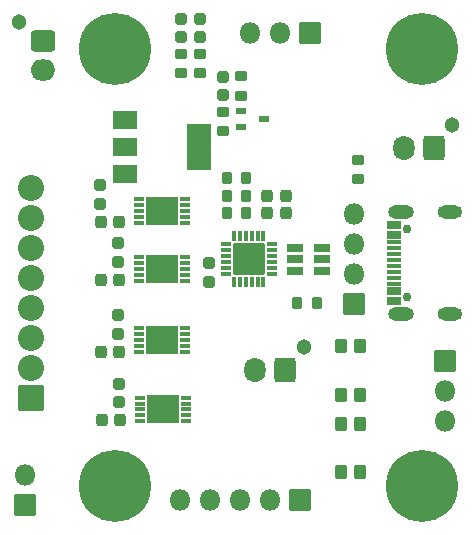
<source format=gbr>
G04 #@! TF.GenerationSoftware,KiCad,Pcbnew,7.0.3-24-g09febce4ce*
G04 #@! TF.CreationDate,2023-05-24T02:24:54-07:00*
G04 #@! TF.ProjectId,t962,74393632-2e6b-4696-9361-645f70636258,2.0*
G04 #@! TF.SameCoordinates,Original*
G04 #@! TF.FileFunction,Soldermask,Top*
G04 #@! TF.FilePolarity,Negative*
%FSLAX46Y46*%
G04 Gerber Fmt 4.6, Leading zero omitted, Abs format (unit mm)*
G04 Created by KiCad (PCBNEW 7.0.3-24-g09febce4ce) date 2023-05-24 02:24:54*
%MOMM*%
%LPD*%
G01*
G04 APERTURE LIST*
G04 Aperture macros list*
%AMRoundRect*
0 Rectangle with rounded corners*
0 $1 Rounding radius*
0 $2 $3 $4 $5 $6 $7 $8 $9 X,Y pos of 4 corners*
0 Add a 4 corners polygon primitive as box body*
4,1,4,$2,$3,$4,$5,$6,$7,$8,$9,$2,$3,0*
0 Add four circle primitives for the rounded corners*
1,1,$1+$1,$2,$3*
1,1,$1+$1,$4,$5*
1,1,$1+$1,$6,$7*
1,1,$1+$1,$8,$9*
0 Add four rect primitives between the rounded corners*
20,1,$1+$1,$2,$3,$4,$5,0*
20,1,$1+$1,$4,$5,$6,$7,0*
20,1,$1+$1,$6,$7,$8,$9,0*
20,1,$1+$1,$8,$9,$2,$3,0*%
G04 Aperture macros list end*
%ADD10C,1.301600*%
%ADD11RoundRect,0.300800X0.600000X0.750000X-0.600000X0.750000X-0.600000X-0.750000X0.600000X-0.750000X0*%
%ADD12O,1.801600X2.101600*%
%ADD13RoundRect,0.300800X-0.750000X0.600000X-0.750000X-0.600000X0.750000X-0.600000X0.750000X0.600000X0*%
%ADD14O,2.101600X1.801600*%
%ADD15RoundRect,0.113300X0.350000X0.062500X-0.350000X0.062500X-0.350000X-0.062500X0.350000X-0.062500X0*%
%ADD16RoundRect,0.113300X0.062500X0.350000X-0.062500X0.350000X-0.062500X-0.350000X0.062500X-0.350000X0*%
%ADD17RoundRect,0.050800X1.300000X1.300000X-1.300000X1.300000X-1.300000X-1.300000X1.300000X-1.300000X0*%
%ADD18RoundRect,0.250800X0.275000X-0.200000X0.275000X0.200000X-0.275000X0.200000X-0.275000X-0.200000X0*%
%ADD19RoundRect,0.269550X-0.256250X0.218750X-0.256250X-0.218750X0.256250X-0.218750X0.256250X0.218750X0*%
%ADD20RoundRect,0.275800X-0.250000X0.225000X-0.250000X-0.225000X0.250000X-0.225000X0.250000X0.225000X0*%
%ADD21C,0.751600*%
%ADD22RoundRect,0.050800X0.575000X-0.300000X0.575000X0.300000X-0.575000X0.300000X-0.575000X-0.300000X0*%
%ADD23RoundRect,0.050800X0.575000X-0.150000X0.575000X0.150000X-0.575000X0.150000X-0.575000X-0.150000X0*%
%ADD24O,2.201600X1.151600*%
%ADD25O,2.101600X1.101600*%
%ADD26RoundRect,0.250800X0.200000X0.275000X-0.200000X0.275000X-0.200000X-0.275000X0.200000X-0.275000X0*%
%ADD27RoundRect,0.050800X-0.850000X-0.850000X0.850000X-0.850000X0.850000X0.850000X-0.850000X0.850000X0*%
%ADD28O,1.801600X1.801600*%
%ADD29RoundRect,0.200800X0.512500X0.150000X-0.512500X0.150000X-0.512500X-0.150000X0.512500X-0.150000X0*%
%ADD30RoundRect,0.050800X0.850000X0.850000X-0.850000X0.850000X-0.850000X-0.850000X0.850000X-0.850000X0*%
%ADD31RoundRect,0.050800X-1.000000X-0.750000X1.000000X-0.750000X1.000000X0.750000X-1.000000X0.750000X0*%
%ADD32RoundRect,0.050800X-1.000000X-1.900000X1.000000X-1.900000X1.000000X1.900000X-1.000000X1.900000X0*%
%ADD33RoundRect,0.050800X1.050000X-1.050000X1.050000X1.050000X-1.050000X1.050000X-1.050000X-1.050000X0*%
%ADD34C,2.201600*%
%ADD35C,6.101600*%
%ADD36RoundRect,0.050800X0.450000X0.500000X-0.450000X0.500000X-0.450000X-0.500000X0.450000X-0.500000X0*%
%ADD37RoundRect,0.250800X-0.200000X-0.275000X0.200000X-0.275000X0.200000X0.275000X-0.200000X0.275000X0*%
%ADD38RoundRect,0.250800X-0.275000X0.200000X-0.275000X-0.200000X0.275000X-0.200000X0.275000X0.200000X0*%
%ADD39RoundRect,0.050800X-0.350000X0.150000X-0.350000X-0.150000X0.350000X-0.150000X0.350000X0.150000X0*%
%ADD40RoundRect,0.050800X-1.300000X1.150000X-1.300000X-1.150000X1.300000X-1.150000X1.300000X1.150000X0*%
%ADD41RoundRect,0.275800X-0.225000X-0.250000X0.225000X-0.250000X0.225000X0.250000X-0.225000X0.250000X0*%
%ADD42RoundRect,0.275800X0.250000X-0.225000X0.250000X0.225000X-0.250000X0.225000X-0.250000X-0.225000X0*%
%ADD43RoundRect,0.050800X-0.850000X0.850000X-0.850000X-0.850000X0.850000X-0.850000X0.850000X0.850000X0*%
%ADD44RoundRect,0.050800X-0.350000X0.225000X-0.350000X-0.225000X0.350000X-0.225000X0.350000X0.225000X0*%
G04 APERTURE END LIST*
D10*
X166500000Y-41500000D03*
D11*
X164900000Y-43500000D03*
D12*
X162400000Y-43500000D03*
X149800000Y-62300000D03*
D11*
X152300000Y-62300000D03*
D10*
X153900000Y-60300000D03*
X129800000Y-32800000D03*
D13*
X131800000Y-34400000D03*
D14*
X131800000Y-36900000D03*
D15*
X151187500Y-54112500D03*
X151187500Y-53612500D03*
X151187500Y-53112500D03*
X151187500Y-52612500D03*
X151187500Y-52112500D03*
X151187500Y-51612500D03*
D16*
X150500000Y-50925000D03*
X150000000Y-50925000D03*
X149500000Y-50925000D03*
X149000000Y-50925000D03*
X148500000Y-50925000D03*
X148000000Y-50925000D03*
D15*
X147312500Y-51612500D03*
X147312500Y-52112500D03*
X147312500Y-52612500D03*
X147312500Y-53112500D03*
X147312500Y-53612500D03*
X147312500Y-54112500D03*
D16*
X148000000Y-54800000D03*
X148500000Y-54800000D03*
X149000000Y-54800000D03*
X149500000Y-54800000D03*
X150000000Y-54800000D03*
X150500000Y-54800000D03*
D17*
X149250000Y-52862500D03*
D18*
X145100000Y-37125000D03*
X145100000Y-35475000D03*
X143500000Y-37125000D03*
X143500000Y-35475000D03*
D19*
X143500000Y-32512500D03*
X143500000Y-34087500D03*
X145100000Y-32512500D03*
X145100000Y-34087500D03*
D20*
X145900000Y-53225000D03*
X145900000Y-54775000D03*
D21*
X162620000Y-56090000D03*
X162620000Y-50310000D03*
D22*
X161545000Y-56400000D03*
X161545000Y-55600000D03*
D23*
X161545000Y-54450000D03*
X161545000Y-53450000D03*
X161545000Y-52950000D03*
X161545000Y-51950000D03*
X161545000Y-51450000D03*
X161545000Y-52450000D03*
X161545000Y-53950000D03*
X161545000Y-54950000D03*
D22*
X161545000Y-50800000D03*
X161545000Y-50000000D03*
D24*
X162120000Y-57520000D03*
D25*
X166300000Y-57520000D03*
D24*
X162120000Y-48880000D03*
D25*
X166300000Y-48880000D03*
D26*
X155025000Y-56600000D03*
X153375000Y-56600000D03*
D18*
X158500000Y-46125000D03*
X158500000Y-44475000D03*
D27*
X165862000Y-61468000D03*
D28*
X165862000Y-64008000D03*
X165862000Y-66548000D03*
D29*
X155437500Y-53850000D03*
X155437500Y-52900000D03*
X155437500Y-51950000D03*
X153162500Y-51950000D03*
X153162500Y-52900000D03*
X153162500Y-53850000D03*
D30*
X130300000Y-73700000D03*
D28*
X130300000Y-71160000D03*
D31*
X138750000Y-41100000D03*
X138750000Y-43400000D03*
X138750000Y-45700000D03*
D32*
X145050000Y-43400000D03*
D33*
X130800000Y-64640000D03*
D34*
X130800000Y-62100000D03*
X130800000Y-59560000D03*
X130800000Y-57020000D03*
X130800000Y-54480000D03*
X130800000Y-51940000D03*
X130800000Y-49400000D03*
X130800000Y-46860000D03*
D35*
X137900000Y-72100000D03*
X163900000Y-72100000D03*
X137900000Y-35100000D03*
X163900000Y-35100000D03*
D36*
X157100000Y-64350000D03*
X158700000Y-64350000D03*
X157100000Y-60250000D03*
X158700000Y-60250000D03*
D26*
X149025000Y-46000000D03*
X147375000Y-46000000D03*
D37*
X147375000Y-47500000D03*
X149025000Y-47500000D03*
D38*
X147100000Y-40375000D03*
X147100000Y-42025000D03*
D37*
X147375000Y-49000000D03*
X149025000Y-49000000D03*
D36*
X157100000Y-70900000D03*
X158700000Y-70900000D03*
X157100000Y-66800000D03*
X158700000Y-66800000D03*
D39*
X143920000Y-64600000D03*
X140080000Y-64600000D03*
X143920000Y-65100000D03*
X140080000Y-65100000D03*
X143920000Y-65600000D03*
X140080000Y-65600000D03*
X143920000Y-66100000D03*
X140080000Y-66100000D03*
X143920000Y-66600000D03*
X140080000Y-66600000D03*
D40*
X142000000Y-65600000D03*
D41*
X152375000Y-49000000D03*
X150825000Y-49000000D03*
D42*
X138200000Y-59175000D03*
X138200000Y-57625000D03*
D41*
X136825000Y-66500000D03*
X138375000Y-66500000D03*
D42*
X138300000Y-64975000D03*
X138300000Y-63425000D03*
D43*
X154400000Y-33750000D03*
D28*
X151860000Y-33750000D03*
X149320000Y-33750000D03*
D30*
X158200000Y-56700000D03*
D28*
X158200000Y-54160000D03*
X158200000Y-51620000D03*
X158200000Y-49080000D03*
D43*
X153600000Y-73300000D03*
D28*
X151060000Y-73300000D03*
X148520000Y-73300000D03*
X145980000Y-73300000D03*
X143440000Y-73300000D03*
D18*
X148600000Y-39025000D03*
X148600000Y-37375000D03*
D39*
X143820000Y-47800000D03*
X139980000Y-47800000D03*
X143820000Y-48300000D03*
X139980000Y-48300000D03*
X143820000Y-48800000D03*
X139980000Y-48800000D03*
X143820000Y-49300000D03*
X139980000Y-49300000D03*
X143820000Y-49800000D03*
X139980000Y-49800000D03*
D40*
X141900000Y-48800000D03*
D39*
X143820000Y-52700000D03*
X139980000Y-52700000D03*
X143820000Y-53200000D03*
X139980000Y-53200000D03*
X143820000Y-53700000D03*
X139980000Y-53700000D03*
X143820000Y-54200000D03*
X139980000Y-54200000D03*
X143820000Y-54700000D03*
X139980000Y-54700000D03*
D40*
X141900000Y-53700000D03*
D39*
X143820000Y-58700000D03*
X139980000Y-58700000D03*
X143820000Y-59200000D03*
X139980000Y-59200000D03*
X143820000Y-59700000D03*
X139980000Y-59700000D03*
X143820000Y-60200000D03*
X139980000Y-60200000D03*
X143820000Y-60700000D03*
X139980000Y-60700000D03*
D40*
X141900000Y-59700000D03*
D42*
X136700000Y-48175000D03*
X136700000Y-46625000D03*
X147100000Y-38962500D03*
X147100000Y-37412500D03*
D41*
X136725000Y-54600000D03*
X138275000Y-54600000D03*
D42*
X138200000Y-53075000D03*
X138200000Y-51525000D03*
D41*
X136725000Y-60700000D03*
X138275000Y-60700000D03*
X150825000Y-47500000D03*
X152375000Y-47500000D03*
X136725000Y-49700000D03*
X138275000Y-49700000D03*
D44*
X148565001Y-40350000D03*
X148565001Y-41650000D03*
X150565001Y-41000000D03*
M02*

</source>
